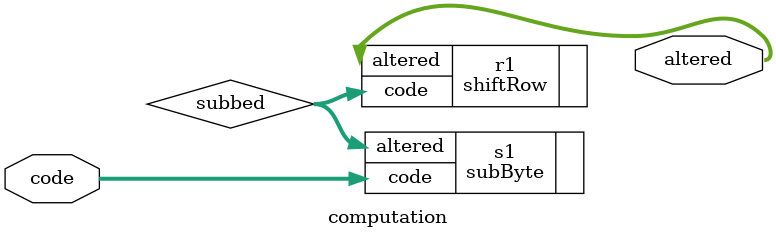
<source format=v>
module computation(
    output[15:0] altered,
	input [15:0] code);
	wire[15:0]subbed;
	subByte s1(.code(code),.altered(subbed));
	shiftRow r1(.code(subbed),.altered(altered));	
	
endmodule
</source>
